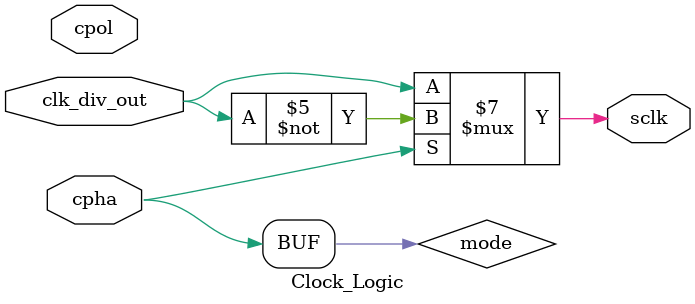
<source format=v>
module Clock_Logic (

    output  reg     sclk,
    input   wire    cpha,
    input   wire    cpol,
    input   wire    clk_div_out
);

assign mode = {cpol, cpha};

always@(*)
begin
    if (mode == 2'b10 | mode ==2'b01)
        sclk<=~clk_div_out;
    else 
        sclk<=clk_div_out;
end


endmodule
</source>
